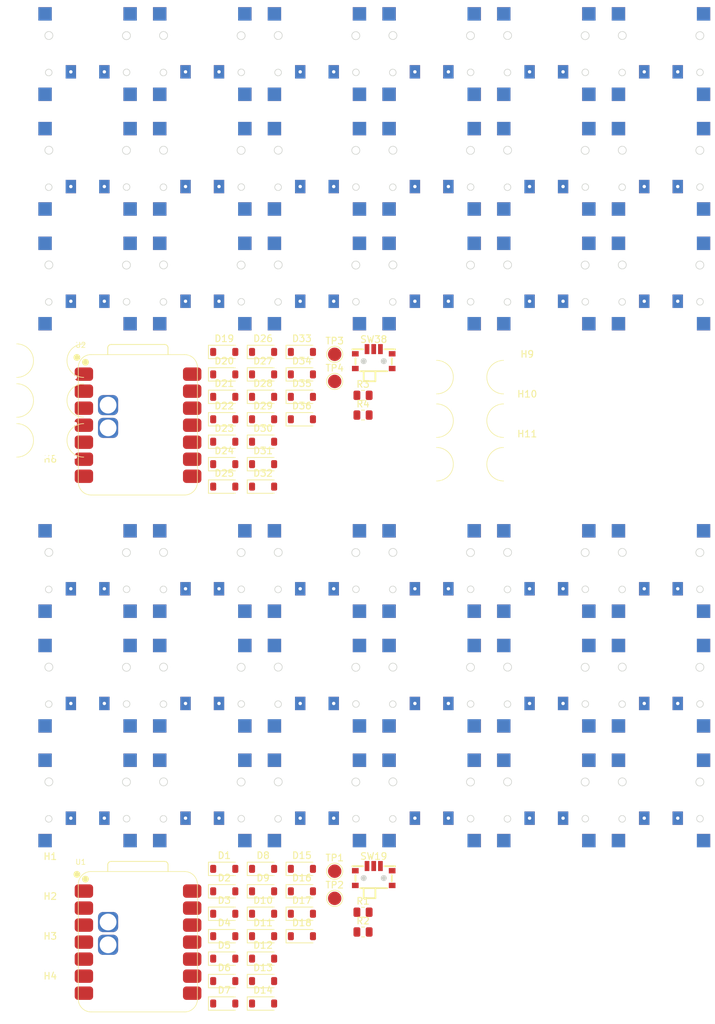
<source format=kicad_pcb>
(kicad_pcb (version 20241229) (generator "pcbnew") (generator_version "9.0")
  (layers (0 "F.Cu" signal) (2 "B.Cu" signal) (13 "F.Paste" user) (15 "B.Paste" user) (5 "F.SilkS" user "F.Silkscreen") (7 "B.SilkS" user "B.Silkscreen") (1 "F.Mask" user) (3 "B.Mask" user) (25 "Edge.Cuts" user))
  (net 0 "")
  (net 1 "/left/row0")
  (net 2 "Net-(D1-A)")
  (net 3 "Net-(D2-A)")
  (net 4 "Net-(D3-A)")
  (net 5 "Net-(D4-A)")
  (net 6 "Net-(D5-A)")
  (net 7 "Net-(D6-A)")
  (net 8 "/left/row1")
  (net 9 "Net-(D7-A)")
  (net 10 "Net-(D8-A)")
  (net 11 "Net-(D9-A)")
  (net 12 "Net-(D10-A)")
  (net 13 "/left/row2")
  (net 14 "Net-(D11-A)")
  (net 15 "Net-(D12-A)")
  (net 16 "Net-(D13-A)")
  (net 17 "Net-(D14-A)")
  (net 18 "Net-(D15-A)")
  (net 19 "/left/row3")
  (net 20 "Net-(D16-A)")
  (net 21 "Net-(D17-A)")
  (net 22 "Net-(D18-A)")
  (net 23 "/left/bt_pin")
  (net 24 "GND")
  (net 25 "/left/col0")
  (net 26 "/left/col1")
  (net 27 "/left/col2")
  (net 28 "/left/col3")
  (net 29 "/left/col4")
  (net 33 "/right/row0")
  (net 34 "Net-(D19-A)")
  (net 35 "Net-(D20-A)")
  (net 36 "Net-(D21-A)")
  (net 37 "Net-(D22-A)")
  (net 38 "Net-(D23-A)")
  (net 39 "/right/row1")
  (net 40 "Net-(D24-A)")
  (net 41 "Net-(D25-A)")
  (net 42 "Net-(D26-A)")
  (net 43 "Net-(D27-A)")
  (net 44 "Net-(D28-A)")
  (net 45 "Net-(D29-A)")
  (net 46 "/right/row2")
  (net 47 "Net-(D30-A)")
  (net 48 "Net-(D31-A)")
  (net 49 "Net-(D32-A)")
  (net 50 "Net-(D33-A)")
  (net 51 "/right/row3")
  (net 52 "Net-(D34-A)")
  (net 53 "Net-(D35-A)")
  (net 54 "Net-(D36-A)")
  (net 55 "/right/bt_pin")
  (net 56 "/right/col0")
  (net 57 "/right/col1")
  (net 58 "/right/col2")
  (net 59 "/right/col3")
  (net 60 "/right/col4")
  (net 64 "Net-(SW19-B)")
  (net 65 "Net-(SW38-B)")
  (net 67 "Net-(SW19-A)")
  (net 69 "Net-(SW38-A)")
  (footprint "Panelization:mouse-bite-5mm-slot" (layer "F.Cu") (at 30.58 81.04)
    (property "Reference" "H5" (hide yes))
    (property "Value" "MountingHole" (hide yes))
  )
  (footprint "MountingHole:MountingHole_2.2mm_M2" (layer "F.Cu") (at 30.58 158.2)
    (property "Reference" "H1")
    (property "Value" "MountingHole")
  )
  (footprint "Diode_SMD:D_SOD-123" (layer "F.Cu") (at 56.555 173.65)
    (property "Reference" "D6")
    (property "Value" "1N4148W")
  )
  (footprint "Diode_SMD:D_SOD-123" (layer "F.Cu") (at 56.555 170.3)
    (property "Reference" "D5")
    (property "Value" "1N4148W")
  )
  (footprint "MountingHole:MountingHole_2.2mm_M2" (layer "F.Cu") (at 30.58 164.15)
    (property "Reference" "H2")
    (property "Value" "MountingHole")
  )
  (footprint "Diode_SMD:D_SOD-123" (layer "F.Cu") (at 62.35 166.95)
    (property "Reference" "D11")
    (property "Value" "1N4148W")
  )
  (footprint "lad1337:CPG1316S01D02_reversible" (layer "F.Cu") (at 87.512 35.278)
    (property "Reference" "SW23" (hide yes))
    (property "Value" "SW_SPST" (hide yes))
    (fp_circle (center -5.8 2.75) (end -5.3 2.75) (stroke (width 0.1)) (fill no) (layer "Edge.Cuts"))
    (fp_circle (center -5.781 -2.773) (end -6.381 -2.773) (stroke (width 0.1)) (fill no) (layer "Edge.Cuts"))
    (fp_circle (center 5.8 -2.75) (end 6.4 -2.75) (stroke (width 0.1)) (fill no) (layer "Edge.Cuts"))
    (fp_circle (center 5.819 2.727) (end 5.319 2.727) (stroke (width 0.1)) (fill no) (layer "Edge.Cuts"))
  )
  (footprint "Diode_SMD:D_SOD-123" (layer "F.Cu") (at 56.555 156.9)
    (property "Reference" "D1")
    (property "Value" "1N4148W")
  )
  (footprint "lad1337:CPG1316S01D02_reversible" (layer "F.Cu") (at 36.155 112.438)
    (property "Reference" "SW1" (hide yes))
    (property "Value" "SW_SPST" (hide yes))
    (fp_circle (center -5.8 2.75) (end -5.3 2.75) (stroke (width 0.1)) (fill no) (layer "Edge.Cuts"))
    (fp_circle (center -5.781 -2.773) (end -6.381 -2.773) (stroke (width 0.1)) (fill no) (layer "Edge.Cuts"))
    (fp_circle (center 5.8 -2.75) (end 6.4 -2.75) (stroke (width 0.1)) (fill no) (layer "Edge.Cuts"))
    (fp_circle (center 5.819 2.727) (end 5.319 2.727) (stroke (width 0.1)) (fill no) (layer "Edge.Cuts"))
  )
  (footprint "lad1337:CPG1316S01D02_reversible" (layer "F.Cu") (at 104.631 35.278)
    (property "Reference" "SW24" (hide yes))
    (property "Value" "SW_SPST" (hide yes))
    (fp_circle (center -5.8 2.75) (end -5.3 2.75) (stroke (width 0.1)) (fill no) (layer "Edge.Cuts"))
    (fp_circle (center -5.781 -2.773) (end -6.381 -2.773) (stroke (width 0.1)) (fill no) (layer "Edge.Cuts"))
    (fp_circle (center 5.8 -2.75) (end 6.4 -2.75) (stroke (width 0.1)) (fill no) (layer "Edge.Cuts"))
    (fp_circle (center 5.819 2.727) (end 5.319 2.727) (stroke (width 0.1)) (fill no) (layer "Edge.Cuts"))
  )
  (footprint "Diode_SMD:D_SOD-123" (layer "F.Cu") (at 62.35 160.25)
    (property "Reference" "D9")
    (property "Value" "1N4148W")
  )
  (footprint "Diode_SMD:D_SOD-123" (layer "F.Cu") (at 56.555 86.44)
    (property "Reference" "D21")
    (property "Value" "1N4148W")
  )
  (footprint "Diode_SMD:D_SOD-123" (layer "F.Cu") (at 62.35 79.74)
    (property "Reference" "D26")
    (property "Value" "1N4148W")
  )
  (footprint "Diode_SMD:D_SOD-123" (layer "F.Cu") (at 62.35 89.79)
    (property "Reference" "D29")
    (property "Value" "1N4148W")
  )
  (footprint "Resistor_SMD:R_0805_2012Metric" (layer "F.Cu") (at 77.27 166.32)
    (property "Reference" "R2")
    (property "Value" "806k")
  )
  (footprint "lad1337:CPG1316S01D02_reversible" (layer "F.Cu") (at 104.631 112.438)
    (property "Reference" "SW5" (hide yes))
    (property "Value" "SW_SPST" (hide yes))
    (fp_circle (center -5.8 2.75) (end -5.3 2.75) (stroke (width 0.1)) (fill no) (layer "Edge.Cuts"))
    (fp_circle (center -5.781 -2.773) (end -6.381 -2.773) (stroke (width 0.1)) (fill no) (layer "Edge.Cuts"))
    (fp_circle (center 5.8 -2.75) (end 6.4 -2.75) (stroke (width 0.1)) (fill no) (layer "Edge.Cuts"))
    (fp_circle (center 5.819 2.727) (end 5.319 2.727) (stroke (width 0.1)) (fill no) (layer "Edge.Cuts"))
  )
  (footprint "lad1337:CPG1316S01D02_reversible" (layer "F.Cu") (at 121.75 146.684)
    (property "Reference" "SW18" (hide yes))
    (property "Value" "SW_SPST" (hide yes))
    (fp_circle (center -5.8 2.75) (end -5.3 2.75) (stroke (width 0.1)) (fill no) (layer "Edge.Cuts"))
    (fp_circle (center -5.781 -2.773) (end -6.381 -2.773) (stroke (width 0.1)) (fill no) (layer "Edge.Cuts"))
    (fp_circle (center 5.8 -2.75) (end 6.4 -2.75) (stroke (width 0.1)) (fill no) (layer "Edge.Cuts"))
    (fp_circle (center 5.819 2.727) (end 5.319 2.727) (stroke (width 0.1)) (fill no) (layer "Edge.Cuts"))
  )
  (footprint "TestPoint:TestPoint_Pad_D2.0mm" (layer "F.Cu") (at 73.04 157.25)
    (property "Reference" "TP1")
    (property "Value" "TestPoint")
  )
  (footprint "Diode_SMD:D_SOD-123" (layer "F.Cu") (at 62.35 83.09)
    (property "Reference" "D27")
    (property "Value" "1N4148W")
  )
  (footprint "Diode_SMD:D_SOD-123" (layer "F.Cu") (at 62.35 99.84)
    (property "Reference" "D32")
    (property "Value" "1N4148W")
  )
  (footprint "lad1337:CPG1316S01D02_reversible" (layer "F.Cu") (at 36.155 35.278)
    (property "Reference" "SW20" (hide yes))
    (property "Value" "SW_SPST" (hide yes))
    (fp_circle (center -5.8 2.75) (end -5.3 2.75) (stroke (width 0.1)) (fill no) (layer "Edge.Cuts"))
    (fp_circle (center -5.781 -2.773) (end -6.381 -2.773) (stroke (width 0.1)) (fill no) (layer "Edge.Cuts"))
    (fp_circle (center 5.8 -2.75) (end 6.4 -2.75) (stroke (width 0.1)) (fill no) (layer "Edge.Cuts"))
    (fp_circle (center 5.819 2.727) (end 5.319 2.727) (stroke (width 0.1)) (fill no) (layer "Edge.Cuts"))
  )
  (footprint "Diode_SMD:D_SOD-123" (layer "F.Cu") (at 56.555 79.74)
    (property "Reference" "D19")
    (property "Value" "1N4148W")
  )
  (footprint "Diode_SMD:D_SOD-123" (layer "F.Cu") (at 62.35 177)
    (property "Reference" "D14")
    (property "Value" "1N4148W")
  )
  (footprint "lad1337:CPG1316S01D02_reversible" (layer "F.Cu") (at 53.274 69.524)
    (property "Reference" "SW33" (hide yes))
    (property "Value" "SW_SPST" (hide yes))
    (fp_circle (center -5.8 2.75) (end -5.3 2.75) (stroke (width 0.1)) (fill no) (layer "Edge.Cuts"))
    (fp_circle (center -5.781 -2.773) (end -6.381 -2.773) (stroke (width 0.1)) (fill no) (layer "Edge.Cuts"))
    (fp_circle (center 5.8 -2.75) (end 6.4 -2.75) (stroke (width 0.1)) (fill no) (layer "Edge.Cuts"))
    (fp_circle (center 5.819 2.727) (end 5.319 2.727) (stroke (width 0.1)) (fill no) (layer "Edge.Cuts"))
  )
  (footprint "Diode_SMD:D_SOD-123" (layer "F.Cu") (at 62.35 96.49)
    (property "Reference" "D31")
    (property "Value" "1N4148W")
  )
  (footprint "lad1337:CPG1316S01D02_reversible" (layer "F.Cu") (at 53.274 35.278)
    (property "Reference" "SW21" (hide yes))
    (property "Value" "SW_SPST" (hide yes))
    (fp_circle (center -5.8 2.75) (end -5.3 2.75) (stroke (width 0.1)) (fill no) (layer "Edge.Cuts"))
    (fp_circle (center -5.781 -2.773) (end -6.381 -2.773) (stroke (width 0.1)) (fill no) (layer "Edge.Cuts"))
    (fp_circle (center 5.8 -2.75) (end 6.4 -2.75) (stroke (width 0.1)) (fill no) (layer "Edge.Cuts"))
    (fp_circle (center 5.819 2.727) (end 5.319 2.727) (stroke (width 0.1)) (fill no) (layer "Edge.Cuts"))
  )
  (footprint "Diode_SMD:D_SOD-123" (layer "F.Cu") (at 56.555 99.84)
    (property "Reference" "D25")
    (property "Value" "1N4148W")
  )
  (footprint "lad1337:CPG1316S01D02_reversible" (layer "F.Cu") (at 87.512 52.401)
    (property "Reference" "SW29" (hide yes))
    (property "Value" "SW_SPST" (hide yes))
    (fp_circle (center -5.8 2.75) (end -5.3 2.75) (stroke (width 0.1)) (fill no) (layer "Edge.Cuts"))
    (fp_circle (center -5.781 -2.773) (end -6.381 -2.773) (stroke (width 0.1)) (fill no) (layer "Edge.Cuts"))
    (fp_circle (center 5.8 -2.75) (end 6.4 -2.75) (stroke (width 0.1)) (fill no) (layer "Edge.Cuts"))
    (fp_circle (center 5.819 2.727) (end 5.319 2.727) (stroke (width 0.1)) (fill no) (layer "Edge.Cuts"))
  )
  (footprint "Diode_SMD:D_SOD-123" (layer "F.Cu") (at 56.555 93.14)
    (property "Reference" "D23")
    (property "Value" "1N4148W")
  )
  (footprint "Diode_SMD:D_SOD-123" (layer "F.Cu") (at 62.35 86.44)
    (property "Reference" "D28")
    (property "Value" "1N4148W")
  )
  (footprint "lad1337:CPG1316S01D02_reversible" (layer "F.Cu") (at 104.631 52.401)
    (property "Reference" "SW30" (hide yes))
    (property "Value" "SW_SPST" (hide yes))
    (fp_circle (center -5.8 2.75) (end -5.3 2.75) (stroke (width 0.1)) (fill no) (layer "Edge.Cuts"))
    (fp_circle (center -5.781 -2.773) (end -6.381 -2.773) (stroke (width 0.1)) (fill no) (layer "Edge.Cuts"))
    (fp_circle (center 5.8 -2.75) (end 6.4 -2.75) (stroke (width 0.1)) (fill no) (layer "Edge.Cuts"))
    (fp_circle (center 5.819 2.727) (end 5.319 2.727) (stroke (width 0.1)) (fill no) (layer "Edge.Cuts"))
  )
  (footprint "Resistor_SMD:R_0805_2012Metric" (layer "F.Cu") (at 77.27 89.16)
    (property "Reference" "R4")
    (property "Value" "806k")
  )
  (footprint "Diode_SMD:D_SOD-123" (layer "F.Cu") (at 68.145 89.79)
    (property "Reference" "D36")
    (property "Value" "1N4148W")
  )
  (footprint "lad1337:CPG1316S01D02_reversible" (layer "F.Cu") (at 70.393 35.278)
    (property "Reference" "SW22" (hide yes))
    (property "Value" "SW_SPST" (hide yes))
    (fp_circle (center -5.8 2.75) (end -5.3 2.75) (stroke (width 0.1)) (fill no) (layer "Edge.Cuts"))
    (fp_circle (center -5.781 -2.773) (end -6.381 -2.773) (stroke (width 0.1)) (fill no) (layer "Edge.Cuts"))
    (fp_circle (center 5.8 -2.75) (end 6.4 -2.75) (stroke (width 0.1)) (fill no) (layer "Edge.Cuts"))
    (fp_circle (center 5.819 2.727) (end 5.319 2.727) (stroke (width 0.1)) (fill no) (layer "Edge.Cuts"))
  )
  (footprint "lad1337:CPG1316S01D02_reversible" (layer "F.Cu") (at 70.393 69.524)
    (property "Reference" "SW34" (hide yes))
    (property "Value" "SW_SPST" (hide yes))
    (fp_circle (center -5.8 2.75) (end -5.3 2.75) (stroke (width 0.1)) (fill no) (layer "Edge.Cuts"))
    (fp_circle (center -5.781 -2.773) (end -6.381 -2.773) (stroke (width 0.1)) (fill no) (layer "Edge.Cuts"))
    (fp_circle (center 5.8 -2.75) (end 6.4 -2.75) (stroke (width 0.1)) (fill no) (layer "Edge.Cuts"))
    (fp_circle (center 5.819 2.727) (end 5.319 2.727) (stroke (width 0.1)) (fill no) (layer "Edge.Cuts"))
  )
  (footprint "lad1337:CPG1316S01D02_reversible" (layer "F.Cu") (at 104.631 129.561)
    (property "Reference" "SW11" (hide yes))
    (property "Value" "SW_SPST" (hide yes))
    (fp_circle (center -5.8 2.75) (end -5.3 2.75) (stroke (width 0.1)) (fill no) (layer "Edge.Cuts"))
    (fp_circle (center -5.781 -2.773) (end -6.381 -2.773) (stroke (width 0.1)) (fill no) (layer "Edge.Cuts"))
    (fp_circle (center 5.8 -2.75) (end 6.4 -2.75) (stroke (width 0.1)) (fill no) (layer "Edge.Cuts"))
    (fp_circle (center 5.819 2.727) (end 5.319 2.727) (stroke (width 0.1)) (fill no) (layer "Edge.Cuts"))
  )
  (footprint "switch:SW-SMD_MSK12CO2" (layer "F.Cu") (at 78.867 80.765)
    (property "Reference" "SW38")
    (property "Value" "SW_SPDT")
    (fp_poly (pts (xy -1.05385 0.291263) (xy -1.084254 0.177792) (xy -1.142991 0.076057) (xy -1.226057 -0.007009) (xy -1.327792 -0.065746) (xy -1.441263 -0.09615) (xy -1.558737 -0.09615) (xy -1.672208 -0.065746) (xy -1.773943 -0.007009) (xy -1.857009 0.076057) (xy -1.915746 0.177792) (xy -1.94615 0.291263) (xy -1.94615 0.408737) (xy -1.915746 0.522208) (xy -1.857009 0.623943) (xy -1.773943 0.707009) (xy -1.672208 0.765746) (xy -1.558737 0.79615) (xy -1.441263 0.79615) (xy -1.327792 0.765746) (xy -1.226057 0.707009) (xy -1.142991 0.623943) (xy -1.084254 0.522208) (xy -1.05385 0.408737)) (fill yes) (layer "Edge.Cuts"))
    (fp_poly (pts (xy 1.94615 0.291263) (xy 1.915746 0.177792) (xy 1.857009 0.076057) (xy 1.773943 -0.007009) (xy 1.672208 -0.065746) (xy 1.558737 -0.09615) (xy 1.441263 -0.09615) (xy 1.327792 -0.065746) (xy 1.226057 -0.007009) (xy 1.142991 0.076057) (xy 1.084254 0.177792) (xy 1.05385 0.291263) (xy 1.05385 0.408737) (xy 1.084254 0.522208) (xy 1.142991 0.623943) (xy 1.226057 0.707009) (xy 1.327792 0.765746) (xy 1.441263 0.79615) (xy 1.558737 0.79615) (xy 1.672208 0.765746) (xy 1.773943 0.707009) (xy 1.857009 0.623943) (xy 1.915746 0.522208) (xy 1.94615 0.408737)) (fill yes) (layer "Edge.Cuts"))
  )
  (footprint "MountingHole:MountingHole_2.2mm_M2" (layer "F.Cu") (at 30.58 170.1)
    (property "Reference" "H3")
    (property "Value" "MountingHole")
  )
  (footprint "lad1337:CPG1316S01D02_reversible" (layer "F.Cu") (at 36.155 52.401)
    (property "Reference" "SW26" (hide yes))
    (property "Value" "SW_SPST" (hide yes))
    (fp_circle (center -5.8 2.75) (end -5.3 2.75) (stroke (width 0.1)) (fill no) (layer "Edge.Cuts"))
    (fp_circle (center -5.781 -2.773) (end -6.381 -2.773) (stroke (width 0.1)) (fill no) (layer "Edge.Cuts"))
    (fp_circle (center 5.8 -2.75) (end 6.4 -2.75) (stroke (width 0.1)) (fill no) (layer "Edge.Cuts"))
    (fp_circle (center 5.819 2.727) (end 5.319 2.727) (stroke (width 0.1)) (fill no) (layer "Edge.Cuts"))
  )
  (footprint "lad1337:CPG1316S01D02_reversible" (layer "F.Cu") (at 87.512 129.561)
    (property "Reference" "SW10" (hide yes))
    (property "Value" "SW_SPST" (hide yes))
    (fp_circle (center -5.8 2.75) (end -5.3 2.75) (stroke (width 0.1)) (fill no) (layer "Edge.Cuts"))
    (fp_circle (center -5.781 -2.773) (end -6.381 -2.773) (stroke (width 0.1)) (fill no) (layer "Edge.Cuts"))
    (fp_circle (center 5.8 -2.75) (end 6.4 -2.75) (stroke (width 0.1)) (fill no) (layer "Edge.Cuts"))
    (fp_circle (center 5.819 2.727) (end 5.319 2.727) (stroke (width 0.1)) (fill no) (layer "Edge.Cuts"))
  )
  (footprint "lad1337:CPG1316S01D02_reversible" (layer "F.Cu") (at 121.75 35.278)
    (property "Reference" "SW25" (hide yes))
    (property "Value" "SW_SPST" (hide yes))
    (fp_circle (center -5.8 2.75) (end -5.3 2.75) (stroke (width 0.1)) (fill no) (layer "Edge.Cuts"))
    (fp_circle (center -5.781 -2.773) (end -6.381 -2.773) (stroke (width 0.1)) (fill no) (layer "Edge.Cuts"))
    (fp_circle (center 5.8 -2.75) (end 6.4 -2.75) (stroke (width 0.1)) (fill no) (layer "Edge.Cuts"))
    (fp_circle (center 5.819 2.727) (end 5.319 2.727) (stroke (width 0.1)) (fill no) (layer "Edge.Cuts"))
  )
  (footprint "Diode_SMD:D_SOD-123" (layer "F.Cu") (at 56.555 166.95)
    (property "Reference" "D4")
    (property "Value" "1N4148W")
  )
  (footprint "lad1337:CPG1316S01D02_reversible" (layer "F.Cu") (at 87.512 146.684)
    (property "Reference" "SW16" (hide yes))
    (property "Value" "SW_SPST" (hide yes))
    (fp_circle (center -5.8 2.75) (end -5.3 2.75) (stroke (width 0.1)) (fill no) (layer "Edge.Cuts"))
    (fp_circle (center -5.781 -2.773) (end -6.381 -2.773) (stroke (width 0.1)) (fill no) (layer "Edge.Cuts"))
    (fp_circle (center 5.8 -2.75) (end 6.4 -2.75) (stroke (width 0.1)) (fill no) (layer "Edge.Cuts"))
    (fp_circle (center 5.819 2.727) (end 5.319 2.727) (stroke (width 0.1)) (fill no) (layer "Edge.Cuts"))
  )
  (footprint "lad1337:CPG1316S01D02_reversible" (layer "F.Cu") (at 104.631 69.524)
    (property "Reference" "SW36" (hide yes))
    (property "Value" "SW_SPST" (hide yes))
    (fp_circle (center -5.8 2.75) (end -5.3 2.75) (stroke (width 0.1)) (fill no) (layer "Edge.Cuts"))
    (fp_circle (center -5.781 -2.773) (end -6.381 -2.773) (stroke (width 0.1)) (fill no) (layer "Edge.Cuts"))
    (fp_circle (center 5.8 -2.75) (end 6.4 -2.75) (stroke (width 0.1)) (fill no) (layer "Edge.Cuts"))
    (fp_circle (center 5.819 2.727) (end 5.319 2.727) (stroke (width 0.1)) (fill no) (layer "Edge.Cuts"))
  )
  (footprint "lad1337:CPG1316S01D02_reversible" (layer "F.Cu") (at 121.75 69.524)
    (property "Reference" "SW37" (hide yes))
    (property "Value" "SW_SPST" (hide yes))
    (fp_circle (center -5.8 2.75) (end -5.3 2.75) (stroke (width 0.1)) (fill no) (layer "Edge.Cuts"))
    (fp_circle (center -5.781 -2.773) (end -6.381 -2.773) (stroke (width 0.1)) (fill no) (layer "Edge.Cuts"))
    (fp_circle (center 5.8 -2.75) (end 6.4 -2.75) (stroke (width 0.1)) (fill no) (layer "Edge.Cuts"))
    (fp_circle (center 5.819 2.727) (end 5.319 2.727) (stroke (width 0.1)) (fill no) (layer "Edge.Cuts"))
  )
  (footprint "Diode_SMD:D_SOD-123" (layer "F.Cu") (at 68.145 156.9)
    (property "Reference" "D15")
    (property "Value" "1N4148W")
  )
  (footprint "lad1337:CPG1316S01D02_reversible" (layer "F.Cu") (at 121.75 129.561)
    (property "Reference" "SW12" (hide yes))
    (property "Value" "SW_SPST" (hide yes))
    (fp_circle (center -5.8 2.75) (end -5.3 2.75) (stroke (width 0.1)) (fill no) (layer "Edge.Cuts"))
    (fp_circle (center -5.781 -2.773) (end -6.381 -2.773) (stroke (width 0.1)) (fill no) (layer "Edge.Cuts"))
    (fp_circle (center 5.8 -2.75) (end 6.4 -2.75) (stroke (width 0.1)) (fill no) (layer "Edge.Cuts"))
    (fp_circle (center 5.819 2.727) (end 5.319 2.727) (stroke (width 0.1)) (fill no) (layer "Edge.Cuts"))
  )
  (footprint "Panelization:mouse-bite-5mm-slot" (layer "F.Cu") (at 30.58 92.94)
    (property "Reference" "H7" (hide yes))
    (property "Value" "MountingHole" (hide yes))
  )
  (footprint "Diode_SMD:D_SOD-123" (layer "F.Cu") (at 62.35 93.14)
    (property "Reference" "D30")
    (property "Value" "1N4148W")
  )
  (footprint "Diode_SMD:D_SOD-123" (layer "F.Cu") (at 62.35 173.65)
    (property "Reference" "D13")
    (property "Value" "1N4148W")
  )
  (footprint "lad1337:CPG1316S01D02_reversible" (layer "F.Cu") (at 53.274 146.684)
    (property "Reference" "SW14" (hide yes))
    (property "Value" "SW_SPST" (hide yes))
    (fp_circle (center -5.8 2.75) (end -5.3 2.75) (stroke (width 0.1)) (fill no) (layer "Edge.Cuts"))
    (fp_circle (center -5.781 -2.773) (end -6.381 -2.773) (stroke (width 0.1)) (fill no) (layer "Edge.Cuts"))
    (fp_circle (center 5.8 -2.75) (end 6.4 -2.75) (stroke (width 0.1)) (fill no) (layer "Edge.Cuts"))
    (fp_circle (center 5.819 2.727) (end 5.319 2.727) (stroke (width 0.1)) (fill no) (layer "Edge.Cuts"))
  )
  (footprint "MountingHole:MountingHole_2.2mm_M2" (layer "F.Cu") (at 30.58 98.89)
    (property "Reference" "H8")
    (property "Value" "MountingHole")
  )
  (footprint "Resistor_SMD:R_0805_2012Metric" (layer "F.Cu") (at 77.27 163.37)
    (property "Reference" "R1")
    (property "Value" "2M")
  )
  (footprint "Diode_SMD:D_SOD-123" (layer "F.Cu") (at 62.35 163.6)
    (property "Reference" "D10")
    (property "Value" "1N4148W")
  )
  (footprint "TestPoint:TestPoint_Pad_D2.0mm" (layer "F.Cu") (at 73.04 84.14)
    (property "Reference" "TP4")
    (property "Value" "TestPoint")
  )
  (footprint "lad1337:CPG1316S01D02_reversible" (layer "F.Cu") (at 53.274 112.438)
    (property "Reference" "SW2" (hide yes))
    (property "Value" "SW_SPST" (hide yes))
    (fp_circle (center -5.8 2.75) (end -5.3 2.75) (stroke (width 0.1)) (fill no) (layer "Edge.Cuts"))
    (fp_circle (center -5.781 -2.773) (end -6.381 -2.773) (stroke (width 0.1)) (fill no) (layer "Edge.Cuts"))
    (fp_circle (center 5.8 -2.75) (end 6.4 -2.75) (stroke (width 0.1)) (fill no) (layer "Edge.Cuts"))
    (fp_circle (center 5.819 2.727) (end 5.319 2.727) (stroke (width 0.1)) (fill no) (layer "Edge.Cuts"))
  )
  (footprint "Panelization:mouse-bite-5mm-slot" (layer "F.Cu") (at 93.25 96.5)
    (property "Reference" "H14" (hide yes))
    (property "Value" "MountingHole" (hide yes))
  )
  (footprint "lad1337:CPG1316S01D02_reversible" (layer "F.Cu") (at 36.155 146.684)
    (property "Reference" "SW13" (hide yes))
    (property "Value" "SW_SPST" (hide yes))
    (fp_circle (center -5.8 2.75) (end -5.3 2.75) (stroke (width 0.1)) (fill no) (layer "Edge.Cuts"))
    (fp_circle (center -5.781 -2.773) (end -6.381 -2.773) (stroke (width 0.1)) (fill no) (layer "Edge.Cuts"))
    (fp_circle (center 5.8 -2.75) (end 6.4 -2.75) (stroke (width 0.1)) (fill no) (layer "Edge.Cuts"))
    (fp_circle (center 5.819 2.727) (end 5.319 2.727) (stroke (width 0.1)) (fill no) (layer "Edge.Cuts"))
  )
  (footprint "MountingHole:MountingHole_2.2mm_M2" (layer "F.Cu") (at 101.775 89.175)
    (property "Reference" "H10")
    (property "Value" "MountingHole")
  )
  (footprint "lad1337:CPG1316S01D02_reversible" (layer "F.Cu") (at 70.393 129.561)
    (property "Reference" "SW9" (hide yes))
    (property "Value" "SW_SPST" (hide yes))
    (fp_circle (center -5.8 2.75) (end -5.3 2.75) (stroke (width 0.1)) (fill no) (layer "Edge.Cuts"))
    (fp_circle (center -5.781 -2.773) (end -6.381 -2.773) (stroke (width 0.1)) (fill no) (layer "Edge.Cuts"))
    (fp_circle (center 5.8 -2.75) (end 6.4 -2.75) (stroke (width 0.1)) (fill no) (layer "Edge.Cuts"))
    (fp_circle (center 5.819 2.727) (end 5.319 2.727) (stroke (width 0.1)) (fill no) (layer "Edge.Cuts"))
  )
  (footprint "MountingHole:MountingHole_2.2mm_M2" (layer "F.Cu") (at 101.775 83.225)
    (property "Reference" "H9")
    (property "Value" "MountingHole")
  )
  (footprint "Diode_SMD:D_SOD-123" (layer "F.Cu") (at 62.35 170.3)
    (property "Reference" "D12")
    (property "Value" "1N4148W")
  )
  (footprint "Diode_SMD:D_SOD-123" (layer "F.Cu") (at 62.35 156.9)
    (property "Reference" "D8")
    (property "Value" "1N4148W")
  )
  (footprint "Panelization:mouse-bite-5mm-slot" (layer "F.Cu") (at 93.25 83.5)
    (property "Reference" "H12" (hide yes))
    (property "Value" "MountingHole" (hide yes))
  )
  (footprint "lad1337:CPG1316S01D02_reversible" (layer "F.Cu") (at 70.393 52.401)
    (property "Reference" "SW28" (hide yes))
    (property "Value" "SW_SPST" (hide yes))
    (fp_circle (center -5.8 2.75) (end -5.3 2.75) (stroke (width 0.1)) (fill no) (layer "Edge.Cuts"))
    (fp_circle (center -5.781 -2.773) (end -6.381 -2.773) (stroke (width 0.1)) (fill no) (layer "Edge.Cuts"))
    (fp_circle (center 5.8 -2.75) (end 6.4 -2.75) (stroke (width 0.1)) (fill no) (layer "Edge.Cuts"))
    (fp_circle (center 5.819 2.727) (end 5.319 2.727) (stroke (width 0.1)) (fill no) (layer "Edge.Cuts"))
  )
  (footprint "Diode_SMD:D_SOD-123" (layer "F.Cu") (at 56.555 163.6)
    (property "Reference" "D3")
    (property "Value" "1N4148W")
  )
  (footprint "MountingHole:MountingHole_2.2mm_M2" (layer "F.Cu") (at 30.58 176.05)
    (property "Reference" "H4")
    (property "Value" "MountingHole")
  )
  (footprint "lad1337:CPG1316S01D02_reversible" (layer "F.Cu") (at 121.75 52.401)
    (property "Reference" "SW31" (hide yes))
    (property "Value" "SW_SPST" (hide yes))
    (fp_circle (center -5.8 2.75) (end -5.3 2.75) (stroke (width 0.1)) (fill no) (layer "Edge.Cuts"))
    (fp_circle (center -5.781 -2.773) (end -6.381 -2.773) (stroke (width 0.1)) (fill no) (layer "Edge.Cuts"))
    (fp_circle (center 5.8 -2.75) (end 6.4 -2.75) (stroke (width 0.1)) (fill no) (layer "Edge.Cuts"))
    (fp_circle (center 5.819 2.727) (end 5.319 2.727) (stroke (width 0.1)) (fill no) (layer "Edge.Cuts"))
  )
  (footprint "Diode_SMD:D_SOD-123" (layer "F.Cu") (at 68.145 160.25)
    (property "Reference" "D16")
    (property "Value" "1N4148W")
  )
  (footprint "Panelization:mouse-bite-5mm-slot" (layer "F.Cu") (at 93.25 90)
    (property "Reference" "H13" (hide yes))
    (property "Value" "MountingHole" (hide yes))
  )
  (footprint "nrf52840:modified-XIAO-nRF52840-SMD" (layer "F.Cu") (at 43.714 90.6755)
    (property "Reference" "U2")
    (property "Value" "Seeeduino Xiao nRF52840")
  )
  (footprint "TestPoint:TestPoint_Pad_D2.0mm" (layer "F.Cu") (at 73.04 161.3)
    (property "Reference" "TP2")
    (property "Value" "TestPoint")
  )
  (footprint "Diode_SMD:D_SOD-123" (layer "F.Cu") (at 68.145 79.74)
    (property "Reference" "D33")
    (property "Value" "1N4148W")
  )
  (footprint "Diode_SMD:D_SOD-123" (layer "F.Cu") (at 56.555 96.49)
    (property "Reference" "D24")
    (property "Value" "1N4148W")
  )
  (footprint "Diode_SMD:D_SOD-123" (layer "F.Cu") (at 56.555 83.09)
    (property "Reference" "D20")
    (property "Value" "1N4148W")
  )
  (footprint "lad1337:CPG1316S01D02_reversible" (layer "F.Cu") (at 36.155 129.561)
    (property "Reference" "SW7" (hide yes))
    (property "Value" "SW_SPST" (hide yes))
    (fp_circle (center -5.8 2.75) (end -5.3 2.75) (stroke (width 0.1)) (fill no) (layer "Edge.Cuts"))
    (fp_circle (center -5.781 -2.773) (end -6.381 -2.773) (stroke (width 0.1)) (fill no) (layer "Edge.Cuts"))
    (fp_circle (center 5.8 -2.75) (end 6.4 -2.75) (stroke (width 0.1)) (fill no) (layer "Edge.Cuts"))
    (fp_circle (center 5.819 2.727) (end 5.319 2.727) (stroke (width 0.1)) (fill no) (layer "Edge.Cuts"))
  )
  (footprint "lad1337:CPG1316S01D02_reversible" (layer "F.Cu") (at 70.393 112.438)
    (property "Reference" "SW3" (hide yes))
    (property "Value" "SW_SPST" (hide yes))
    (fp_circle (center -5.8 2.75) (end -5.3 2.75) (stroke (width 0.1)) (fill no) (layer "Edge.Cuts"))
    (fp_circle (center -5.781 -2.773) (end -6.381 -2.773) (stroke (width 0.1)) (fill no) (layer "Edge.Cuts"))
    (fp_circle (center 5.8 -2.75) (end 6.4 -2.75) (stroke (width 0.1)) (fill no) (layer "Edge.Cuts"))
    (fp_circle (center 5.819 2.727) (end 5.319 2.727) (stroke (width 0.1)) (fill no) (layer "Edge.Cuts"))
  )
  (footprint "lad1337:CPG1316S01D02_reversible" (layer "F.Cu") (at 104.631 146.684)
    (property "Reference" "SW17" (hide yes))
    (property "Value" "SW_SPST" (hide yes))
    (fp_circle (center -5.8 2.75) (end -5.3 2.75) (stroke (width 0.1)) (fill no) (layer "Edge.Cuts"))
    (fp_circle (center -5.781 -2.773) (end -6.381 -2.773) (stroke (width 0.1)) (fill no) (layer "Edge.Cuts"))
    (fp_circle (center 5.8 -2.75) (end 6.4 -2.75) (stroke (width 0.1)) (fill no) (layer "Edge.Cuts"))
    (fp_circle (center 5.819 2.727) (end 5.319 2.727) (stroke (width 0.1)) (fill no) (layer "Edge.Cuts"))
  )
  (footprint "Diode_SMD:D_SOD-123" (layer "F.Cu") (at 68.145 163.6)
    (property "Reference" "D17")
    (property "Value" "1N4148W")
  )
  (footprint "lad1337:CPG1316S01D02_reversible" (layer "F.Cu") (at 53.274 129.561)
    (property "Reference" "SW8" (hide yes))
    (property "Value" "SW_SPST" (hide yes))
    (fp_circle (center -5.8 2.75) (end -5.3 2.75) (stroke (width 0.1)) (fill no) (layer "Edge.Cuts"))
    (fp_circle (center -5.781 -2.773) (end -6.381 -2.773) (stroke (width 0.1)) (fill no) (layer "Edge.Cuts"))
    (fp_circle (center 5.8 -2.75) (end 6.4 -2.75) (stroke (width 0.1)) (fill no) (layer "Edge.Cuts"))
    (fp_circle (center 5.819 2.727) (end 5.319 2.727) (stroke (width 0.1)) (fill no) (layer "Edge.Cuts"))
  )
  (footprint "switch:SW-SMD_MSK12CO2" (layer "F.Cu") (at 78.867 157.925)
    (property "Reference" "SW19")
    (property "Value" "SW_SPDT")
    (fp_poly (pts (xy -1.05385 0.291263) (xy -1.084254 0.177792) (xy -1.142991 0.076057) (xy -1.226057 -0.007009) (xy -1.327792 -0.065746) (xy -1.441263 -0.09615) (xy -1.558737 -0.09615) (xy -1.672208 -0.065746) (xy -1.773943 -0.007009) (xy -1.857009 0.076057) (xy -1.915746 0.177792) (xy -1.94615 0.291263) (xy -1.94615 0.408737) (xy -1.915746 0.522208) (xy -1.857009 0.623943) (xy -1.773943 0.707009) (xy -1.672208 0.765746) (xy -1.558737 0.79615) (xy -1.441263 0.79615) (xy -1.327792 0.765746) (xy -1.226057 0.707009) (xy -1.142991 0.623943) (xy -1.084254 0.522208) (xy -1.05385 0.408737)) (fill yes) (layer "Edge.Cuts"))
    (fp_poly (pts (xy 1.94615 0.291263) (xy 1.915746 0.177792) (xy 1.857009 0.076057) (xy 1.773943 -0.007009) (xy 1.672208 -0.065746) (xy 1.558737 -0.09615) (xy 1.441263 -0.09615) (xy 1.327792 -0.065746) (xy 1.226057 -0.007009) (xy 1.142991 0.076057) (xy 1.084254 0.177792) (xy 1.05385 0.291263) (xy 1.05385 0.408737) (xy 1.084254 0.522208) (xy 1.142991 0.623943) (xy 1.226057 0.707009) (xy 1.327792 0.765746) (xy 1.441263 0.79615) (xy 1.558737 0.79615) (xy 1.672208 0.765746) (xy 1.773943 0.707009) (xy 1.857009 0.623943) (xy 1.915746 0.522208) (xy 1.94615 0.408737)) (fill yes) (layer "Edge.Cuts"))
  )
  (footprint "Diode_SMD:D_SOD-123" (layer "F.Cu") (at 68.145 166.95)
    (property "Reference" "D18")
    (property "Value" "1N4148W")
  )
  (footprint "Diode_SMD:D_SOD-123" (layer "F.Cu") (at 56.555 177)
    (property "Reference" "D7")
    (property "Value" "1N4148W")
  )
  (footprint "TestPoint:TestPoint_Pad_D2.0mm" (layer "F.Cu") (at 73.04 80.09)
    (property "Reference" "TP3")
    (property "Value" "TestPoint")
  )
  (footprint "Diode_SMD:D_SOD-123" (layer "F.Cu") (at 56.555 89.79)
    (property "Reference" "D22")
    (property "Value" "1N4148W")
  )
  (footprint "lad1337:CPG1316S01D02_reversible" (layer "F.Cu") (at 87.512 69.524)
    (property "Reference" "SW35" (hide yes))
    (property "Value" "SW_SPST" (hide yes))
    (fp_circle (center -5.8 2.75) (end -5.3 2.75) (stroke (width 0.1)) (fill no) (layer "Edge.Cuts"))
    (fp_circle (center -5.781 -2.773) (end -6.381 -2.773) (stroke (width 0.1)) (fill no) (layer "Edge.Cuts"))
    (fp_circle (center 5.8 -2.75) (end 6.4 -2.75) (stroke (width 0.1)) (fill no) (layer "Edge.Cuts"))
    (fp_circle (center 5.819 2.727) (end 5.319 2.727) (stroke (width 0.1)) (fill no) (layer "Edge.Cuts"))
  )
  (footprint "Panelization:mouse-bite-5mm-slot" (layer "F.Cu") (at 30.58 86.99)
    (property "Reference" "H6" (hide yes))
    (property "Value" "MountingHole" (hide yes))
  )
  (footprint "lad1337:CPG1316S01D02_reversible" (layer "F.Cu") (at 36.155 69.524)
    (property "Reference" "SW32" (hide yes))
    (property "Value" "SW_SPST" (hide yes))
    (fp_circle (center -5.8 2.75) (end -5.3 2.75) (stroke (width 0.1)) (fill no) (layer "Edge.Cuts"))
    (fp_circle (center -5.781 -2.773) (end -6.381 -2.773) (stroke (width 0.1)) (fill no) (layer "Edge.Cuts"))
    (fp_circle (center 5.8 -2.75) (end 6.4 -2.75) (stroke (width 0.1)) (fill no) (layer "Edge.Cuts"))
    (fp_circle (center 5.819 2.727) (end 5.319 2.727) (stroke (width 0.1)) (fill no) (layer "Edge.Cuts"))
  )
  (footprint "lad1337:CPG1316S01D02_reversible" (layer "F.Cu") (at 53.274 52.401)
    (property "Reference" "SW27" (hide yes))
    (property "Value" "SW_SPST" (hide yes))
    (fp_circle (center -5.8 2.75) (end -5.3 2.75) (stroke (width 0.1)) (fill no) (layer "Edge.Cuts"))
    (fp_circle (center -5.781 -2.773) (end -6.381 -2.773) (stroke (width 0.1)) (fill no) (layer "Edge.Cuts"))
    (fp_circle (center 5.8 -2.75) (end 6.4 -2.75) (stroke (width 0.1)) (fill no) (layer "Edge.Cuts"))
    (fp_circle (center 5.819 2.727) (end 5.319 2.727) (stroke (width 0.1)) (fill no) (layer "Edge.Cuts"))
  )
  (footprint "lad1337:CPG1316S01D02_reversible" (layer "F.Cu") (at 121.75 112.438)
    (property "Reference" "SW6" (hide yes))
    (property "Value" "SW_SPST" (hide yes))
    (fp_circle (center -5.8 2.75) (end -5.3 2.75) (stroke (width 0.1)) (fill no) (layer "Edge.Cuts"))
    (fp_circle (center -5.781 -2.773) (end -6.381 -2.773) (stroke (width 0.1)) (fill no) (layer "Edge.Cuts"))
    (fp_circle (center 5.8 -2.75) (end 6.4 -2.75) (stroke (width 0.1)) (fill no) (layer "Edge.Cuts"))
    (fp_circle (center 5.819 2.727) (end 5.319 2.727) (stroke (width 0.1)) (fill no) (layer "Edge.Cuts"))
  )
  (footprint "lad1337:CPG1316S01D02_reversible" (layer "F.Cu") (at 70.393 146.684)
    (property "Reference" "SW15" (hide yes))
    (property "Value" "SW_SPST" (hide yes))
    (fp_circle (center -5.8 2.75) (end -5.3 2.75) (stroke (width 0.1)) (fill no) (layer "Edge.Cuts"))
    (fp_circle (center -5.781 -2.773) (end -6.381 -2.773) (stroke (width 0.1)) (fill no) (layer "Edge.Cuts"))
    (fp_circle (center 5.8 -2.75) (end 6.4 -2.75) (stroke (width 0.1)) (fill no) (layer "Edge.Cuts"))
    (fp_circle (center 5.819 2.727) (end 5.319 2.727) (stroke (width 0.1)) (fill no) (layer "Edge.Cuts"))
  )
  (footprint "Diode_SMD:D_SOD-123" (layer "F.Cu") (at 68.145 86.44)
    (property "Reference" "D35")
    (property "Value" "1N4148W")
  )
  (footprint "Resistor_SMD:R_0805_2012Metric" (layer "F.Cu") (at 77.27 86.21)
    (property "Reference" "R3")
    (property "Value" "2M")
  )
  (footprint "MountingHole:MountingHole_2.2mm_M2" (layer "F.Cu") (at 101.775 95.125)
    (property "Reference" "H11")
    (property "Value" "MountingHole")
  )
  (footprint "Diode_SMD:D_SOD-123" (layer "F.Cu") (at 56.555 160.25)
    (property "Reference" "D2")
    (property "Value" "1N4148W")
  )
  (footprint "lad1337:CPG1316S01D02_reversible" (layer "F.Cu") (at 87.512 112.438)
    (property "Reference" "SW4" (hide yes))
    (property "Value" "SW_SPST" (hide yes))
    (fp_circle (center -5.8 2.75) (end -5.3 2.75) (stroke (width 0.1)) (fill no) (layer "Edge.Cuts"))
    (fp_circle (center -5.781 -2.773) (end -6.381 -2.773) (stroke (width 0.1)) (fill no) (layer "Edge.Cuts"))
    (fp_circle (center 5.8 -2.75) (end 6.4 -2.75) (stroke (width 0.1)) (fill no) (layer "Edge.Cuts"))
    (fp_circle (center 5.819 2.727) (end 5.319 2.727) (stroke (width 0.1)) (fill no) (layer "Edge.Cuts"))
  )
  (footprint "Diode_SMD:D_SOD-123" (layer "F.Cu") (at 68.145 83.09)
    (property "Reference" "D34")
    (property "Value" "1N4148W")
  )
  (footprint "nrf52840:modified-XIAO-nRF52840-SMD" (layer "F.Cu") (at 43.714 167.8355)
    (property "Reference" "U1")
    (property "Value" "Seeeduino Xiao nRF52840")
  )
)
</source>
